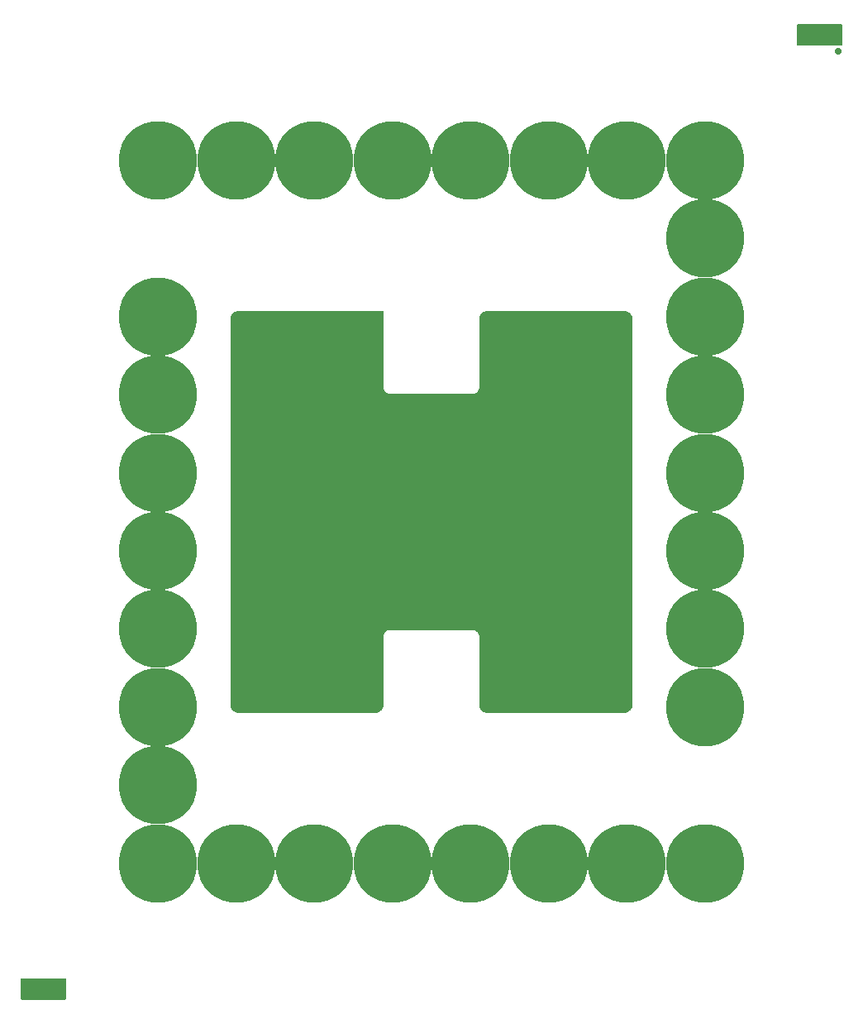
<source format=gbr>
%FSLAX23Y23*%
%MOIN*%
%SFA1B1*%

%IPPOS*%
%ADD67C,0.314960*%
%ADD68C,0.027560*%
%ADD69C,0.027690*%
%LNhumflex2_1_soldermask_bot-1*%
%LPD*%
G36*
X1846Y2163D02*
X1847Y2163D01*
X1847Y2163*
X1848Y2162*
X1848Y2162*
X1849Y2162*
X1853Y2158*
X1853Y2157*
X1853Y2157*
X1854Y2157*
X1854Y2156*
X1854Y2156*
X1854Y2155*
Y2080*
X1854Y2080*
X1854Y2079*
X1854Y2079*
X1853Y2078*
X1853Y2078*
X1853Y2077*
X1852Y2077*
X1852Y2077*
X1851Y2077*
X1851Y2076*
X1850Y2076*
X1850Y2076*
X1838*
X1838Y2076*
X1837Y2076*
X1837Y2077*
X1836Y2077*
X1836Y2077*
X1835Y2076*
X1835Y2076*
X1834Y2076*
X1830*
X1830Y2076*
X1829Y2076*
X1829Y2077*
X1828Y2077*
X1828Y2077*
X1827Y2076*
X1827Y2076*
X1826Y2076*
X1814*
X1814Y2076*
X1813Y2076*
X1813Y2077*
X1812Y2077*
X1812Y2077*
X1812Y2076*
X1811Y2076*
X1811Y2076*
X1807*
X1806Y2076*
X1806Y2076*
X1805Y2077*
X1805Y2077*
X1804Y2077*
X1804Y2076*
X1803Y2076*
X1803Y2076*
X1791*
X1790Y2076*
X1790Y2076*
X1789Y2077*
X1789Y2077*
X1788Y2077*
X1788Y2076*
X1787Y2076*
X1787Y2076*
X1783*
X1782Y2076*
X1782Y2076*
X1781Y2077*
X1781Y2077*
X1781Y2077*
X1780Y2076*
X1780Y2076*
X1779Y2076*
X1767*
X1767Y2076*
X1766Y2076*
X1766Y2077*
X1765Y2077*
X1765Y2077*
X1764Y2076*
X1764Y2076*
X1763Y2076*
X1759*
X1759Y2076*
X1758Y2076*
X1758Y2077*
X1757Y2077*
X1757Y2077*
X1756Y2076*
X1756Y2076*
X1755Y2076*
X1744*
X1743Y2076*
X1743Y2076*
X1742Y2077*
X1742Y2077*
X1741Y2077*
X1741Y2076*
X1740Y2076*
X1740Y2076*
X1736*
X1735Y2076*
X1735Y2076*
X1734Y2077*
X1734Y2077*
X1733Y2077*
X1733Y2076*
X1732Y2076*
X1732Y2076*
X1720*
X1719Y2076*
X1719Y2076*
X1718Y2077*
X1718Y2077*
X1718Y2077*
X1717Y2076*
X1717Y2076*
X1716Y2076*
X1712*
X1712Y2076*
X1711Y2076*
X1711Y2077*
X1710Y2077*
X1710Y2077*
X1709Y2076*
X1709Y2076*
X1708Y2076*
X1696*
X1696Y2076*
X1695Y2076*
X1695Y2077*
X1694Y2077*
X1694Y2077*
X1693Y2076*
X1693Y2076*
X1692Y2076*
X1688*
X1688Y2076*
X1687Y2076*
X1687Y2077*
X1687Y2077*
X1686Y2077*
X1686Y2076*
X1685Y2076*
X1685Y2076*
X1673*
X1672Y2076*
X1672Y2076*
X1671Y2077*
X1671Y2077*
X1670Y2077*
X1670Y2077*
X1670Y2078*
X1669Y2078*
X1669Y2079*
X1669Y2079*
X1669Y2080*
X1669Y2080*
Y2155*
X1669Y2156*
X1669Y2156*
X1669Y2157*
X1669Y2157*
X1670Y2157*
X1670Y2158*
X1674Y2162*
X1674Y2162*
X1675Y2162*
X1675Y2163*
X1676Y2163*
X1676Y2163*
X1677Y2163*
X1681*
X1681Y2163*
X1682Y2163*
X1682Y2163*
X1683Y2162*
X1683Y2162*
X1683Y2162*
X1685Y2160*
X1685Y2160*
X1685Y2161*
X1685Y2161*
X1686Y2162*
X1686Y2162*
X1687Y2162*
X1687Y2163*
X1687Y2163*
X1688Y2163*
X1688Y2163*
X1692*
X1693Y2163*
X1693Y2163*
X1694Y2163*
X1694Y2162*
X1695Y2162*
X1695Y2162*
X1696Y2161*
X1696Y2161*
X1696Y2160*
X1696Y2160*
X1698Y2162*
X1698Y2162*
X1698Y2162*
X1699Y2163*
X1699Y2163*
X1700Y2163*
X1700Y2163*
X1704*
X1705Y2163*
X1705Y2163*
X1706Y2163*
X1706Y2162*
X1707Y2162*
X1707Y2162*
X1708Y2160*
X1708Y2160*
X1709Y2161*
X1709Y2161*
X1709Y2162*
X1710Y2162*
X1710Y2162*
X1711Y2163*
X1711Y2163*
X1712Y2163*
X1712Y2163*
X1716*
X1717Y2163*
X1717Y2163*
X1718Y2163*
X1718Y2162*
X1718Y2162*
X1719Y2162*
X1719Y2161*
X1719Y2161*
X1720Y2160*
X1720Y2160*
X1721Y2162*
X1722Y2162*
X1722Y2162*
X1722Y2163*
X1723Y2163*
X1723Y2163*
X1724Y2163*
X1728*
X1728Y2163*
X1729Y2163*
X1729Y2163*
X1730Y2162*
X1730Y2162*
X1731Y2162*
X1732Y2160*
X1732Y2160*
X1732Y2161*
X1733Y2161*
X1733Y2162*
X1733Y2162*
X1734Y2162*
X1734Y2163*
X1735Y2163*
X1735Y2163*
X1736Y2163*
X1740*
X1740Y2163*
X1741Y2163*
X1741Y2163*
X1742Y2162*
X1742Y2162*
X1742Y2162*
X1743Y2161*
X1743Y2161*
X1743Y2160*
X1743Y2160*
X1745Y2162*
X1745Y2162*
X1746Y2162*
X1746Y2163*
X1747Y2163*
X1747Y2163*
X1748Y2163*
X1751*
X1752Y2163*
X1752Y2163*
X1753Y2163*
X1753Y2162*
X1754Y2162*
X1754Y2162*
X1756Y2160*
X1756Y2160*
X1756Y2161*
X1756Y2161*
X1757Y2162*
X1757Y2162*
X1757Y2162*
X1758Y2163*
X1758Y2163*
X1759Y2163*
X1759Y2163*
X1763*
X1764Y2163*
X1764Y2163*
X1765Y2163*
X1765Y2162*
X1766Y2162*
X1766Y2162*
X1766Y2161*
X1767Y2161*
X1767Y2160*
X1767Y2160*
X1768Y2162*
X1769Y2162*
X1769Y2162*
X1770Y2163*
X1770Y2163*
X1771Y2163*
X1771Y2163*
X1775*
X1776Y2163*
X1776Y2163*
X1777Y2163*
X1777Y2162*
X1777Y2162*
X1778Y2162*
X1779Y2160*
X1779Y2160*
X1780Y2161*
X1780Y2161*
X1780Y2162*
X1781Y2162*
X1781Y2162*
X1781Y2163*
X1782Y2163*
X1782Y2163*
X1783Y2163*
X1787*
X1787Y2163*
X1788Y2163*
X1788Y2163*
X1789Y2162*
X1789Y2162*
X1790Y2162*
X1790Y2161*
X1790Y2161*
X1791Y2160*
X1791Y2160*
X1792Y2162*
X1792Y2162*
X1793Y2162*
X1793Y2163*
X1794Y2163*
X1794Y2163*
X1795Y2163*
X1799*
X1799Y2163*
X1800Y2163*
X1800Y2163*
X1801Y2162*
X1801Y2162*
X1802Y2162*
X1803Y2160*
X1803Y2160*
X1803Y2161*
X1803Y2161*
X1804Y2162*
X1804Y2162*
X1805Y2162*
X1805Y2163*
X1806Y2163*
X1806Y2163*
X1807Y2163*
X1811*
X1811Y2163*
X1812Y2163*
X1812Y2163*
X1813Y2162*
X1813Y2162*
X1813Y2162*
X1814Y2161*
X1814Y2161*
X1814Y2160*
X1814Y2160*
X1816Y2162*
X1816Y2162*
X1816Y2162*
X1817Y2163*
X1817Y2163*
X1818Y2163*
X1818Y2163*
X1822*
X1823Y2163*
X1823Y2163*
X1824Y2163*
X1824Y2162*
X1825Y2162*
X1825Y2162*
X1827Y2160*
X1827Y2160*
X1827Y2161*
X1827Y2161*
X1827Y2162*
X1828Y2162*
X1828Y2162*
X1829Y2163*
X1829Y2163*
X1830Y2163*
X1830Y2163*
X1834*
X1835Y2163*
X1835Y2163*
X1836Y2163*
X1836Y2162*
X1837Y2162*
X1837Y2162*
X1837Y2161*
X1838Y2161*
X1838Y2160*
X1838Y2160*
X1839Y2162*
X1840Y2162*
X1840Y2162*
X1841Y2163*
X1841Y2163*
X1842Y2163*
X1842Y2163*
X1846*
X1846Y2163*
G37*
G36*
X975Y1007D02*
X979Y1007D01*
X979Y1007*
X980Y1007*
X983Y1006*
X984Y1006*
X984Y1006*
X988Y1004*
X988Y1004*
X992Y1002*
X992Y1001*
X992Y1001*
X995Y999*
X996Y999*
X999Y996*
X999Y995*
X1001Y992*
X1002Y992*
X1004Y988*
X1004Y988*
X1006Y984*
X1006Y984*
X1006Y983*
X1007Y980*
X1007Y979*
X1007Y979*
X1007Y975*
X1007Y974*
Y972*
Y-579*
Y-581*
X1007Y-581*
X1007Y-585*
X1007Y-586*
X1007Y-586*
X1006Y-590*
X1006Y-590*
X1006Y-590*
X1004Y-594*
X1004Y-594*
X1002Y-598*
X1001Y-598*
X1001Y-598*
X999Y-602*
X999Y-602*
X996Y-605*
X995Y-605*
X992Y-608*
X992Y-608*
X988Y-610*
X988Y-610*
X984Y-612*
X984Y-612*
X983Y-612*
X980Y-613*
X979Y-613*
X979Y-613*
X975Y-614*
X974Y-614*
X422*
X422Y-614*
X418Y-613*
X417Y-613*
X417Y-613*
X413Y-612*
X413Y-612*
X413Y-612*
X409Y-610*
X408Y-610*
X405Y-608*
X405Y-608*
X405Y-608*
X401Y-605*
X401Y-605*
X398Y-602*
X398Y-602*
X395Y-598*
X395Y-598*
X393Y-594*
X393Y-594*
X391Y-590*
X391Y-590*
X391Y-590*
X390Y-586*
X390Y-585*
X390Y-585*
X389Y-581*
X389Y-581*
Y-581*
Y-579*
Y-306*
X389Y-304*
X389Y-301*
X388Y-297*
X386Y-294*
X385Y-291*
X383Y-288*
X380Y-286*
X377Y-284*
X374Y-282*
X371Y-280*
X367Y-280*
X364Y-279*
X362Y-279*
X31*
X29Y-279*
X25Y-280*
X22Y-280*
X19Y-282*
X15Y-284*
X13Y-286*
X10Y-288*
X8Y-291*
X6Y-294*
X5Y-297*
X4Y-301*
X4Y-304*
X3Y-306*
Y-579*
Y-581*
X3Y-581*
X3Y-585*
X3Y-585*
X3Y-586*
X2Y-590*
X2Y-590*
X2Y-590*
X0Y-594*
X0Y-594*
X-1Y-598*
X-1Y-598*
X-2Y-598*
X-4Y-602*
X-4Y-602*
X-7Y-605*
X-8Y-605*
X-11Y-608*
X-11Y-608*
X-15Y-610*
X-15Y-610*
X-19Y-612*
X-19Y-612*
X-19Y-612*
X-23Y-613*
X-24Y-613*
X-24Y-613*
X-28Y-614*
X-28Y-614*
X-581*
X-581Y-614*
X-585Y-613*
X-586Y-613*
X-586Y-613*
X-590Y-612*
X-590Y-612*
X-590Y-612*
X-594Y-610*
X-594Y-610*
X-598Y-608*
X-598Y-608*
X-598Y-608*
X-602Y-605*
X-602Y-605*
X-605Y-602*
X-605Y-602*
X-608Y-598*
X-608Y-598*
X-610Y-594*
X-610Y-594*
X-612Y-590*
X-612Y-590*
X-612Y-590*
X-613Y-586*
X-613Y-585*
X-613Y-585*
X-614Y-581*
X-614Y-581*
Y-579*
Y972*
Y974*
X-614Y975*
X-613Y979*
X-613Y979*
X-613Y980*
X-612Y983*
X-612Y984*
X-612Y984*
X-610Y988*
X-610Y988*
X-608Y992*
X-608Y992*
X-608Y992*
X-605Y995*
X-605Y996*
X-602Y999*
X-602Y999*
X-598Y1001*
X-598Y1002*
X-594Y1004*
X-594Y1004*
X-590Y1006*
X-590Y1006*
X-590Y1006*
X-586Y1007*
X-585Y1007*
X-585Y1007*
X-581Y1007*
X-581Y1007*
X0*
X0Y1007*
X1Y1007*
X1Y1007*
X1Y1007*
X2Y1007*
X2Y1006*
X3Y1006*
X3Y1005*
X3Y1005*
X3Y1004*
X3Y1004*
X3Y1003*
Y700*
X4Y698*
X4Y695*
X5Y691*
X6Y688*
X8Y685*
X10Y682*
X13Y679*
X15Y677*
X19Y676*
X22Y674*
X25Y673*
X29Y673*
X31Y673*
X362*
X364Y673*
X367Y673*
X371Y674*
X374Y676*
X377Y677*
X380Y679*
X383Y682*
X385Y685*
X386Y688*
X388Y691*
X389Y695*
X389Y698*
X389Y700*
Y972*
Y974*
X389Y975*
X390Y979*
X390Y979*
X390Y980*
X391Y983*
X391Y984*
X391Y984*
X393Y988*
X393Y988*
X395Y992*
X395Y992*
X395Y992*
X398Y995*
X398Y996*
X401Y999*
X401Y999*
X405Y1001*
X405Y1002*
X408Y1004*
X409Y1004*
X413Y1006*
X413Y1006*
X413Y1006*
X417Y1007*
X417Y1007*
X418Y1007*
X422Y1007*
X422Y1007*
X974*
X975Y1007*
G37*
G36*
X-1279Y-1683D02*
X-1278Y-1683D01*
X-1278Y-1683*
X-1277Y-1683*
X-1277Y-1683*
X-1276Y-1684*
X-1276Y-1684*
X-1276Y-1685*
X-1275Y-1685*
X-1275Y-1685*
X-1275Y-1686*
X-1275Y-1687*
Y-1761*
X-1275Y-1762*
X-1275Y-1762*
X-1275Y-1763*
X-1276Y-1763*
X-1276Y-1764*
X-1276Y-1764*
X-1280Y-1768*
X-1280*
X-1281Y-1768*
X-1281Y-1769*
X-1281Y-1769*
X-1282Y-1769*
X-1282Y-1769*
X-1283Y-1769*
X-1287*
X-1287Y-1769*
X-1288Y-1769*
X-1288Y-1769*
X-1289Y-1769*
X-1289Y-1768*
X-1290Y-1768*
X-1291Y-1767*
X-1291Y-1767*
X-1291Y-1767*
X-1292Y-1768*
X-1292Y-1768*
X-1292Y-1768*
X-1293Y-1769*
X-1293Y-1769*
X-1294Y-1769*
X-1294Y-1769*
X-1295Y-1769*
X-1299*
X-1299Y-1769*
X-1300Y-1769*
X-1300Y-1769*
X-1301Y-1769*
X-1301Y-1768*
X-1302Y-1768*
X-1302Y-1768*
X-1302Y-1767*
X-1302Y-1767*
X-1302Y-1767*
X-1304Y-1768*
X-1304Y-1768*
X-1305Y-1769*
X-1305Y-1769*
X-1306Y-1769*
X-1306Y-1769*
X-1307Y-1769*
X-1311*
X-1311Y-1769*
X-1312Y-1769*
X-1312Y-1769*
X-1313Y-1769*
X-1313Y-1768*
X-1313Y-1768*
X-1315Y-1767*
X-1315Y-1767*
X-1315Y-1767*
X-1315Y-1768*
X-1316Y-1768*
X-1316Y-1768*
X-1316Y-1769*
X-1317Y-1769*
X-1317Y-1769*
X-1318Y-1769*
X-1318Y-1769*
X-1322*
X-1323Y-1769*
X-1323Y-1769*
X-1324Y-1769*
X-1324Y-1769*
X-1325Y-1768*
X-1325Y-1768*
X-1325Y-1768*
X-1326Y-1767*
X-1326Y-1767*
X-1326Y-1767*
X-1327Y-1768*
X-1328Y-1768*
X-1328Y-1769*
X-1329Y-1769*
X-1329Y-1769*
X-1330Y-1769*
X-1330Y-1769*
X-1334*
X-1335Y-1769*
X-1335Y-1769*
X-1336Y-1769*
X-1336Y-1769*
X-1337Y-1768*
X-1337Y-1768*
X-1338Y-1767*
X-1338Y-1767*
X-1339Y-1767*
X-1339Y-1768*
X-1339Y-1768*
X-1340Y-1768*
X-1340Y-1769*
X-1341Y-1769*
X-1341Y-1769*
X-1342Y-1769*
X-1342Y-1769*
X-1346*
X-1346Y-1769*
X-1347Y-1769*
X-1347Y-1769*
X-1348Y-1769*
X-1348Y-1768*
X-1349Y-1768*
X-1349Y-1768*
X-1349Y-1767*
X-1350Y-1767*
X-1350Y-1767*
X-1351Y-1768*
X-1351Y-1768*
X-1352Y-1769*
X-1352Y-1769*
X-1353Y-1769*
X-1353Y-1769*
X-1354Y-1769*
X-1358*
X-1358Y-1769*
X-1359Y-1769*
X-1359Y-1769*
X-1360Y-1769*
X-1360Y-1768*
X-1361Y-1768*
X-1362Y-1767*
X-1362Y-1767*
X-1362Y-1767*
X-1363Y-1768*
X-1363Y-1768*
X-1363Y-1768*
X-1364Y-1769*
X-1364Y-1769*
X-1365Y-1769*
X-1365Y-1769*
X-1366Y-1769*
X-1370*
X-1370Y-1769*
X-1371Y-1769*
X-1371Y-1769*
X-1372Y-1769*
X-1372Y-1768*
X-1372Y-1768*
X-1373Y-1768*
X-1373Y-1767*
X-1373Y-1767*
X-1373Y-1767*
X-1375Y-1768*
X-1375Y-1768*
X-1375Y-1769*
X-1376Y-1769*
X-1376Y-1769*
X-1377Y-1769*
X-1377Y-1769*
X-1381*
X-1382Y-1769*
X-1382Y-1769*
X-1383Y-1769*
X-1383Y-1769*
X-1384Y-1768*
X-1384Y-1768*
X-1386Y-1767*
X-1386Y-1767*
X-1386Y-1767*
X-1386Y-1768*
X-1386Y-1768*
X-1387Y-1768*
X-1387Y-1769*
X-1388Y-1769*
X-1388Y-1769*
X-1389Y-1769*
X-1389Y-1769*
X-1393*
X-1394Y-1769*
X-1394Y-1769*
X-1395Y-1769*
X-1395Y-1769*
X-1396Y-1768*
X-1396Y-1768*
X-1396Y-1768*
X-1397Y-1767*
X-1397Y-1767*
X-1397Y-1767*
X-1398Y-1768*
X-1399Y-1768*
X-1399Y-1769*
X-1400Y-1769*
X-1400Y-1769*
X-1401Y-1769*
X-1401Y-1769*
X-1405*
X-1406Y-1769*
X-1406Y-1769*
X-1407Y-1769*
X-1407Y-1769*
X-1407Y-1768*
X-1408Y-1768*
X-1409Y-1767*
X-1409Y-1767*
X-1409Y-1767*
X-1410Y-1768*
X-1410Y-1768*
X-1410Y-1768*
X-1411Y-1769*
X-1411Y-1769*
X-1412Y-1769*
X-1412Y-1769*
X-1413Y-1769*
X-1417*
X-1417Y-1769*
X-1418Y-1769*
X-1418Y-1769*
X-1419Y-1769*
X-1419Y-1768*
X-1420Y-1768*
X-1420Y-1768*
X-1420Y-1767*
X-1420Y-1767*
X-1421Y-1767*
X-1422Y-1768*
X-1422Y-1768*
X-1423Y-1769*
X-1423Y-1769*
X-1424Y-1769*
X-1424Y-1769*
X-1425Y-1769*
X-1429*
X-1429Y-1769*
X-1430Y-1769*
X-1430Y-1769*
X-1431Y-1769*
X-1431Y-1768*
X-1431Y-1768*
X-1433Y-1767*
X-1433Y-1767*
X-1433Y-1767*
X-1433Y-1768*
X-1434Y-1768*
X-1434Y-1768*
X-1435Y-1769*
X-1435Y-1769*
X-1435Y-1769*
X-1436Y-1769*
X-1437Y-1769*
X-1440*
X-1441Y-1769*
X-1441Y-1769*
X-1442Y-1769*
X-1442Y-1769*
X-1443Y-1768*
X-1443Y-1768*
X-1444Y-1768*
X-1444Y-1767*
X-1444Y-1767*
X-1444Y-1767*
X-1446Y-1768*
X-1446Y-1768*
X-1446Y-1769*
X-1447Y-1769*
X-1447Y-1769*
X-1448Y-1769*
X-1448Y-1769*
X-1452*
X-1453Y-1769*
X-1453Y-1769*
X-1454Y-1769*
X-1454Y-1769*
X-1455Y-1768*
X-1455Y-1768*
X-1459Y-1764*
X-1459Y-1764*
X-1460Y-1763*
X-1460Y-1763*
X-1460Y-1762*
X-1460Y-1762*
X-1460Y-1761*
Y-1687*
X-1460Y-1686*
X-1460Y-1685*
X-1460Y-1685*
X-1460Y-1685*
X-1459Y-1684*
X-1459Y-1684*
X-1459Y-1683*
X-1458Y-1683*
X-1458Y-1683*
X-1457Y-1683*
X-1457Y-1683*
X-1456Y-1683*
X-1444*
X-1444Y-1683*
X-1443Y-1683*
X-1443Y-1683*
X-1442Y-1683*
X-1442Y-1683*
X-1441Y-1683*
X-1441Y-1683*
X-1440Y-1683*
X-1437*
X-1436Y-1683*
X-1435Y-1683*
X-1435Y-1683*
X-1435Y-1683*
X-1434Y-1683*
X-1434Y-1683*
X-1433Y-1683*
X-1433Y-1683*
X-1421*
X-1420Y-1683*
X-1420Y-1683*
X-1419Y-1683*
X-1419Y-1683*
X-1418Y-1683*
X-1418Y-1683*
X-1417Y-1683*
X-1417Y-1683*
X-1413*
X-1412Y-1683*
X-1412Y-1683*
X-1411Y-1683*
X-1411Y-1683*
X-1410Y-1683*
X-1410Y-1683*
X-1409Y-1683*
X-1409Y-1683*
X-1397*
X-1397Y-1683*
X-1396Y-1683*
X-1396Y-1683*
X-1395Y-1683*
X-1395Y-1683*
X-1394Y-1683*
X-1394Y-1683*
X-1393Y-1683*
X-1389*
X-1389Y-1683*
X-1388Y-1683*
X-1388Y-1683*
X-1387Y-1683*
X-1387Y-1683*
X-1386Y-1683*
X-1386Y-1683*
X-1385Y-1683*
X-1374*
X-1373Y-1683*
X-1373Y-1683*
X-1372Y-1683*
X-1372Y-1683*
X-1371Y-1683*
X-1371Y-1683*
X-1370Y-1683*
X-1370Y-1683*
X-1366*
X-1365Y-1683*
X-1365Y-1683*
X-1364Y-1683*
X-1364Y-1683*
X-1363Y-1683*
X-1363Y-1683*
X-1362Y-1683*
X-1362Y-1683*
X-1350*
X-1349Y-1683*
X-1349Y-1683*
X-1348Y-1683*
X-1348Y-1683*
X-1347Y-1683*
X-1347Y-1683*
X-1346Y-1683*
X-1346Y-1683*
X-1342*
X-1342Y-1683*
X-1341Y-1683*
X-1341Y-1683*
X-1340Y-1683*
X-1340Y-1683*
X-1339Y-1683*
X-1339Y-1683*
X-1338Y-1683*
X-1326*
X-1326Y-1683*
X-1325Y-1683*
X-1325Y-1683*
X-1324Y-1683*
X-1324Y-1683*
X-1323Y-1683*
X-1323Y-1683*
X-1322Y-1683*
X-1318*
X-1318Y-1683*
X-1317Y-1683*
X-1317Y-1683*
X-1316Y-1683*
X-1316Y-1683*
X-1315Y-1683*
X-1315Y-1683*
X-1314Y-1683*
X-1303*
X-1302Y-1683*
X-1302Y-1683*
X-1301Y-1683*
X-1301Y-1683*
X-1300Y-1683*
X-1300Y-1683*
X-1299Y-1683*
X-1299Y-1683*
X-1295*
X-1294Y-1683*
X-1294Y-1683*
X-1293Y-1683*
X-1293Y-1683*
X-1292Y-1683*
X-1292Y-1683*
X-1291Y-1683*
X-1291Y-1683*
X-1279*
X-1279Y-1683*
G37*
G54D67*
X-905Y984D03*
X1299Y-590D03*
Y-1220D03*
X354D03*
X39D03*
X-590D03*
X-275D03*
X984D03*
X669D03*
X1299Y1614D03*
X354D03*
X39D03*
X-590D03*
X-275D03*
X984D03*
X669D03*
X-905D03*
X1299Y1299D03*
Y354D03*
Y39D03*
Y-275D03*
Y984D03*
Y669D03*
X-905Y-1220D03*
Y-905D03*
Y-590D03*
Y-275D03*
Y39D03*
Y354D03*
Y669D03*
G54D68*
X1837Y2053D03*
G54D69*
X-527Y-527D03*
Y-496D03*
X-503Y-511D03*
X-527Y-464D03*
X-503Y-480D03*
Y-448D03*
X-527Y-433D03*
Y-401D03*
X-503Y-417D03*
X-527Y-370D03*
X-503Y-385D03*
Y-354D03*
X-527Y-338D03*
Y-307D03*
X-503Y-322D03*
X-527Y-275D03*
X-503Y-291D03*
Y-259D03*
X-527Y-244D03*
Y-212D03*
X-503Y-228D03*
X-527Y-181D03*
X-503Y-196D03*
Y-165D03*
X-527Y-149D03*
Y-118D03*
X-503Y-133D03*
X-527Y-86D03*
X-503Y-102D03*
Y-70D03*
X-527Y-55D03*
Y-23D03*
X-503Y-39D03*
X-527Y7D03*
X-503Y-7D03*
Y23D03*
X-527Y39D03*
Y70D03*
X-503Y55D03*
X-527Y102D03*
X-503Y86D03*
Y118D03*
X-527Y133D03*
Y165D03*
X-503Y149D03*
X-527Y196D03*
X-503Y181D03*
Y212D03*
X-527Y228D03*
Y259D03*
X-503Y244D03*
X-527Y291D03*
X-503Y275D03*
Y307D03*
X-527Y322D03*
Y354D03*
X-503Y338D03*
X-527Y385D03*
X-503Y370D03*
Y401D03*
X-527Y417D03*
Y448D03*
X-503Y433D03*
X-527Y480D03*
X-503Y464D03*
Y496D03*
X-527Y511D03*
Y543D03*
X-503Y527D03*
X-527Y574D03*
X-503Y559D03*
Y590D03*
X-527Y606D03*
Y637D03*
X-503Y622D03*
X-527Y669D03*
X-503Y653D03*
Y685D03*
X-527Y700D03*
Y732D03*
X-503Y716D03*
X-527Y763D03*
X-503Y748D03*
Y779D03*
X-527Y795D03*
Y826D03*
X-503Y811D03*
X-527Y858D03*
X-503Y842D03*
Y874D03*
X-527Y889D03*
Y921D03*
X-503Y905D03*
X-480Y-527D03*
Y-496D03*
X-456Y-511D03*
X-480Y-464D03*
X-456Y-480D03*
Y-448D03*
X-480Y-433D03*
Y-401D03*
X-456Y-417D03*
X-480Y-370D03*
X-456Y-385D03*
Y-354D03*
X-480Y-338D03*
Y-307D03*
X-456Y-322D03*
X-480Y-275D03*
X-456Y-291D03*
Y-259D03*
X-480Y-244D03*
Y-212D03*
X-456Y-228D03*
X-480Y-181D03*
X-456Y-196D03*
Y-165D03*
X-480Y-149D03*
Y-118D03*
X-456Y-133D03*
X-480Y-86D03*
X-456Y-102D03*
Y-70D03*
X-480Y-55D03*
Y-23D03*
X-456Y-39D03*
X-480Y7D03*
X-456Y-7D03*
Y23D03*
X-480Y39D03*
Y70D03*
X-456Y55D03*
X-480Y102D03*
X-456Y86D03*
Y118D03*
X-480Y133D03*
Y165D03*
X-456Y149D03*
X-480Y196D03*
X-456Y181D03*
Y212D03*
X-480Y228D03*
Y259D03*
X-456Y244D03*
X-480Y291D03*
X-456Y275D03*
Y307D03*
X-480Y322D03*
Y354D03*
X-456Y338D03*
X-480Y385D03*
X-456Y370D03*
Y401D03*
X-480Y417D03*
Y448D03*
X-456Y433D03*
X-480Y480D03*
X-456Y464D03*
Y496D03*
X-480Y511D03*
Y543D03*
X-456Y527D03*
X-480Y574D03*
X-456Y559D03*
Y590D03*
X-480Y606D03*
Y637D03*
X-456Y622D03*
X-480Y669D03*
X-456Y653D03*
Y685D03*
X-480Y700D03*
Y732D03*
X-456Y716D03*
X-480Y763D03*
X-456Y748D03*
Y779D03*
X-480Y795D03*
Y826D03*
X-456Y811D03*
X-480Y858D03*
X-456Y842D03*
Y874D03*
X-480Y889D03*
Y921D03*
X-456Y905D03*
X-433Y-527D03*
Y-496D03*
X-409Y-511D03*
X-433Y-464D03*
X-409Y-480D03*
Y-448D03*
X-433Y-433D03*
Y-401D03*
X-409Y-417D03*
X-433Y-370D03*
X-409Y-385D03*
Y-354D03*
X-433Y-338D03*
Y-307D03*
X-409Y-322D03*
X-433Y-275D03*
X-409Y-291D03*
Y-259D03*
X-433Y-244D03*
Y-212D03*
X-409Y-228D03*
X-433Y-181D03*
X-409Y-196D03*
Y-165D03*
X-433Y-149D03*
Y-118D03*
X-409Y-133D03*
X-433Y-86D03*
X-409Y-102D03*
Y-70D03*
X-433Y-55D03*
Y-23D03*
X-409Y-39D03*
X-433Y7D03*
X-409Y-7D03*
Y23D03*
X-433Y39D03*
Y70D03*
X-409Y55D03*
X-433Y102D03*
X-409Y86D03*
Y118D03*
X-433Y133D03*
Y165D03*
X-409Y149D03*
X-433Y196D03*
X-409Y181D03*
Y212D03*
X-433Y228D03*
Y259D03*
X-409Y244D03*
X-433Y291D03*
X-409Y275D03*
Y307D03*
X-433Y322D03*
Y354D03*
X-409Y338D03*
X-433Y385D03*
X-409Y370D03*
Y401D03*
X-433Y417D03*
Y448D03*
X-409Y433D03*
X-433Y480D03*
X-409Y464D03*
Y496D03*
X-433Y511D03*
Y543D03*
X-409Y527D03*
X-433Y574D03*
X-409Y559D03*
Y590D03*
X-433Y606D03*
Y637D03*
X-409Y622D03*
X-433Y669D03*
X-409Y653D03*
Y685D03*
X-433Y700D03*
Y732D03*
X-409Y716D03*
X-433Y763D03*
X-409Y748D03*
Y779D03*
X-433Y795D03*
Y826D03*
X-409Y811D03*
X-433Y858D03*
X-409Y842D03*
Y874D03*
X-433Y889D03*
Y921D03*
X-409Y905D03*
X921Y921D03*
Y889D03*
X898Y905D03*
X921Y858D03*
X898Y874D03*
Y842D03*
X921Y826D03*
Y795D03*
X898Y811D03*
X921Y764D03*
X898Y779D03*
Y748D03*
X921Y732D03*
Y701D03*
X898Y716D03*
X921Y669D03*
X898Y685D03*
Y653D03*
X921Y638D03*
Y606D03*
X898Y622D03*
X921Y575D03*
X898Y590D03*
Y559D03*
X921Y543D03*
Y512D03*
X898Y527D03*
X921Y480D03*
X898Y496D03*
Y464D03*
X921Y449D03*
Y417D03*
X898Y433D03*
X921Y386D03*
X898Y401D03*
Y370D03*
X921Y354D03*
Y323D03*
X898Y338D03*
X921Y291D03*
X898Y307D03*
Y275D03*
X921Y260D03*
Y228D03*
X898Y244D03*
X921Y197D03*
X898Y212D03*
Y181D03*
X921Y165D03*
Y134D03*
X898Y149D03*
X921Y102D03*
X898Y118D03*
Y86D03*
X921Y71D03*
Y39D03*
X898Y55D03*
X921Y8D03*
X898Y23D03*
Y-7D03*
X921Y-23D03*
Y-54D03*
X898Y-39D03*
X921Y-86D03*
X898Y-70D03*
Y-102D03*
X921Y-117D03*
Y-149D03*
X898Y-133D03*
X921Y-180D03*
X898Y-165D03*
Y-196D03*
X921Y-212D03*
Y-243D03*
X898Y-228D03*
X921Y-275D03*
X898Y-259D03*
Y-291D03*
X921Y-306D03*
Y-338D03*
X898Y-322D03*
X921Y-369D03*
X898Y-354D03*
Y-385D03*
X921Y-401D03*
Y-432D03*
X898Y-417D03*
X921Y-464D03*
X898Y-448D03*
Y-480D03*
X921Y-495D03*
Y-527D03*
X898Y-511D03*
X874Y921D03*
Y889D03*
X850Y905D03*
X874Y858D03*
X850Y874D03*
Y842D03*
X874Y826D03*
Y795D03*
X850Y811D03*
X874Y764D03*
X850Y779D03*
Y748D03*
X874Y732D03*
Y701D03*
X850Y716D03*
X874Y669D03*
X850Y685D03*
Y653D03*
X874Y638D03*
Y606D03*
X850Y622D03*
X874Y575D03*
X850Y590D03*
Y559D03*
X874Y543D03*
Y512D03*
X850Y527D03*
X874Y480D03*
X850Y496D03*
Y464D03*
X874Y449D03*
Y417D03*
X850Y433D03*
X874Y386D03*
X850Y401D03*
Y370D03*
X874Y354D03*
Y323D03*
X850Y338D03*
X874Y291D03*
X850Y307D03*
Y275D03*
X874Y260D03*
Y228D03*
X850Y244D03*
X874Y197D03*
X850Y212D03*
Y181D03*
X874Y165D03*
Y134D03*
X850Y149D03*
X874Y102D03*
X850Y118D03*
Y86D03*
X874Y71D03*
Y39D03*
X850Y55D03*
X874Y8D03*
X850Y23D03*
Y-7D03*
X874Y-23D03*
Y-54D03*
X850Y-39D03*
X874Y-86D03*
X850Y-70D03*
Y-102D03*
X874Y-117D03*
Y-149D03*
X850Y-133D03*
X874Y-180D03*
X850Y-165D03*
Y-196D03*
X874Y-212D03*
Y-243D03*
X850Y-228D03*
X874Y-275D03*
X850Y-259D03*
Y-291D03*
X874Y-306D03*
Y-338D03*
X850Y-322D03*
X874Y-369D03*
X850Y-354D03*
Y-385D03*
X874Y-401D03*
Y-432D03*
X850Y-417D03*
X874Y-464D03*
X850Y-448D03*
Y-480D03*
X874Y-495D03*
Y-527D03*
X850Y-511D03*
X827Y921D03*
Y889D03*
X803Y905D03*
X827Y858D03*
X803Y874D03*
Y842D03*
X827Y826D03*
Y795D03*
X803Y811D03*
X827Y764D03*
X803Y779D03*
Y748D03*
X827Y732D03*
Y701D03*
X803Y716D03*
X827Y669D03*
X803Y685D03*
Y653D03*
X827Y638D03*
Y606D03*
X803Y622D03*
X827Y575D03*
X803Y590D03*
Y559D03*
X827Y543D03*
Y512D03*
X803Y527D03*
X827Y480D03*
X803Y496D03*
Y464D03*
X827Y449D03*
Y417D03*
X803Y433D03*
X827Y386D03*
X803Y401D03*
Y370D03*
X827Y354D03*
Y323D03*
X803Y338D03*
X827Y291D03*
X803Y307D03*
Y275D03*
X827Y260D03*
Y228D03*
X803Y244D03*
X827Y197D03*
X803Y212D03*
Y181D03*
X827Y165D03*
Y134D03*
X803Y149D03*
X827Y102D03*
X803Y118D03*
Y86D03*
X827Y71D03*
Y39D03*
X803Y55D03*
X827Y8D03*
X803Y23D03*
Y-7D03*
X827Y-23D03*
Y-54D03*
X803Y-39D03*
X827Y-86D03*
X803Y-70D03*
Y-102D03*
X827Y-117D03*
Y-149D03*
X803Y-133D03*
X827Y-180D03*
X803Y-165D03*
Y-196D03*
X827Y-212D03*
Y-243D03*
X803Y-228D03*
X827Y-275D03*
X803Y-259D03*
Y-291D03*
X827Y-306D03*
Y-338D03*
X803Y-322D03*
X827Y-369D03*
X803Y-354D03*
Y-385D03*
X827Y-401D03*
Y-432D03*
X803Y-417D03*
X827Y-464D03*
X803Y-448D03*
Y-480D03*
X827Y-495D03*
Y-527D03*
X803Y-511D03*
X-370Y-409D03*
X-385Y-433D03*
X-354D03*
X-338Y-409D03*
X-307D03*
X-322Y-433D03*
X-275Y-409D03*
X-291Y-433D03*
X-259D03*
X-244Y-409D03*
X-212D03*
X-228Y-433D03*
X-181Y-409D03*
X-196Y-433D03*
X-165D03*
X-149Y-409D03*
X-118D03*
X-133Y-433D03*
X-86Y-409D03*
X-102Y-433D03*
X480Y-409D03*
X496Y-433D03*
X511Y-409D03*
X543D03*
X527Y-433D03*
X574Y-409D03*
X559Y-433D03*
X590D03*
X606Y-409D03*
X637D03*
X622Y-433D03*
X669Y-409D03*
X653Y-433D03*
X685D03*
X700Y-409D03*
X732D03*
X716Y-433D03*
X763Y-409D03*
X748Y-433D03*
X779D03*
X-370Y-456D03*
X-385Y-480D03*
X-354D03*
X-338Y-456D03*
X-307D03*
X-322Y-480D03*
X-275Y-456D03*
X-291Y-480D03*
X-259D03*
X-244Y-456D03*
X-212D03*
X-228Y-480D03*
X-181Y-456D03*
X-196Y-480D03*
X-165D03*
X-149Y-456D03*
X-118D03*
X-133Y-480D03*
X-86Y-456D03*
X-102Y-480D03*
X480Y-456D03*
X496Y-480D03*
X511Y-456D03*
X543D03*
X527Y-480D03*
X574Y-456D03*
X559Y-480D03*
X590D03*
X606Y-456D03*
X637D03*
X622Y-480D03*
X669Y-456D03*
X653Y-480D03*
X685D03*
X700Y-456D03*
X732D03*
X716Y-480D03*
X763Y-456D03*
X748Y-480D03*
X779D03*
X-370Y-503D03*
X-385Y-527D03*
X-354D03*
X-338Y-503D03*
X-307D03*
X-322Y-527D03*
X-275Y-503D03*
X-291Y-527D03*
X-259D03*
X-244Y-503D03*
X-212D03*
X-228Y-527D03*
X-181Y-503D03*
X-196Y-527D03*
X-165D03*
X-149Y-503D03*
X-118D03*
X-133Y-527D03*
X-86Y-503D03*
X-102Y-527D03*
X480Y-503D03*
X496Y-527D03*
X511Y-503D03*
X543D03*
X527Y-527D03*
X574Y-503D03*
X559Y-527D03*
X590D03*
X606Y-503D03*
X637D03*
X622Y-527D03*
X669Y-503D03*
X653Y-527D03*
X685D03*
X700Y-503D03*
X732D03*
X716Y-527D03*
X763Y-503D03*
X748Y-527D03*
X779D03*
X763Y803D03*
X779Y826D03*
X748D03*
X732Y803D03*
X700D03*
X716Y826D03*
X669Y803D03*
X685Y826D03*
X653D03*
X637Y803D03*
X606D03*
X622Y826D03*
X574Y803D03*
X590Y826D03*
X559D03*
X543Y803D03*
X511D03*
X527Y826D03*
X480Y803D03*
X496Y826D03*
X-86Y803D03*
X-102Y826D03*
X-118Y803D03*
X-149D03*
X-133Y826D03*
X-181Y803D03*
X-165Y826D03*
X-196D03*
X-212Y803D03*
X-244D03*
X-228Y826D03*
X-275Y803D03*
X-259Y826D03*
X-291D03*
X-307Y803D03*
X-338D03*
X-322Y826D03*
X-370Y803D03*
X-354Y826D03*
X-385D03*
X763Y850D03*
X779Y874D03*
X748D03*
X732Y850D03*
X700D03*
X716Y874D03*
X669Y850D03*
X685Y874D03*
X653D03*
X637Y850D03*
X606D03*
X622Y874D03*
X574Y850D03*
X590Y874D03*
X559D03*
X543Y850D03*
X511D03*
X527Y874D03*
X480Y850D03*
X496Y874D03*
X-86Y850D03*
X-102Y874D03*
X-118Y850D03*
X-149D03*
X-133Y874D03*
X-181Y850D03*
X-165Y874D03*
X-196D03*
X-212Y850D03*
X-244D03*
X-228Y874D03*
X-275Y850D03*
X-259Y874D03*
X-291D03*
X-307Y850D03*
X-338D03*
X-322Y874D03*
X-370Y850D03*
X-354Y874D03*
X-385D03*
X763Y897D03*
X779Y921D03*
X748D03*
X732Y897D03*
X700D03*
X716Y921D03*
X669Y897D03*
X685Y921D03*
X653D03*
X637Y897D03*
X606D03*
X622Y921D03*
X574Y897D03*
X590Y921D03*
X559D03*
X543Y897D03*
X511D03*
X527Y921D03*
X480Y897D03*
X496Y921D03*
X-86Y897D03*
X-102Y921D03*
X-118Y897D03*
X-149D03*
X-133Y921D03*
X-181Y897D03*
X-165Y921D03*
X-196D03*
X-212Y897D03*
X-244D03*
X-228Y921D03*
X-275Y897D03*
X-259Y921D03*
X-291D03*
X-307Y897D03*
X-338D03*
X-322Y921D03*
X-370Y897D03*
X-354Y921D03*
X-385D03*
M02*
</source>
